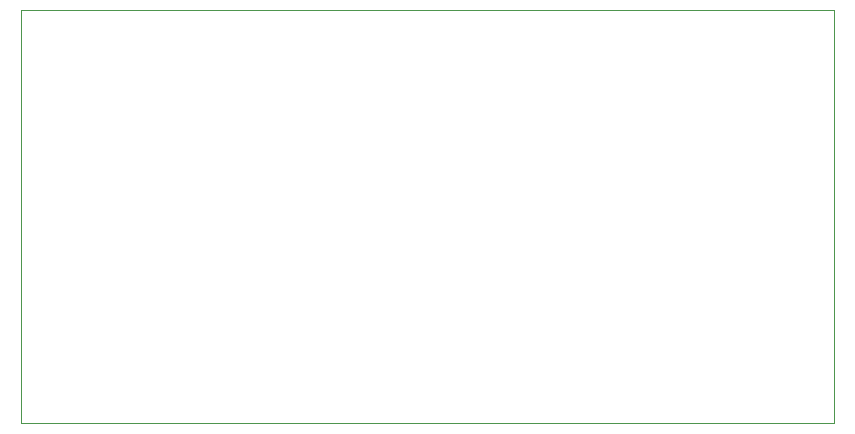
<source format=gm1>
%TF.GenerationSoftware,KiCad,Pcbnew,8.0.2*%
%TF.CreationDate,2024-07-24T20:27:57+03:00*%
%TF.ProjectId,DRV8234 DC Motor Driver Expander,44525638-3233-4342-9044-43204d6f746f,rev?*%
%TF.SameCoordinates,PX5f5e100PY5f5e100*%
%TF.FileFunction,Profile,NP*%
%FSLAX46Y46*%
G04 Gerber Fmt 4.6, Leading zero omitted, Abs format (unit mm)*
G04 Created by KiCad (PCBNEW 8.0.2) date 2024-07-24 20:27:57*
%MOMM*%
%LPD*%
G01*
G04 APERTURE LIST*
%TA.AperFunction,Profile*%
%ADD10C,0.050000*%
%TD*%
G04 APERTURE END LIST*
D10*
X0Y35000000D02*
X0Y0D01*
X68900000Y35000000D02*
X0Y35000000D01*
X68900000Y0D02*
X68900000Y35000000D01*
X0Y0D02*
X68900000Y0D01*
M02*

</source>
